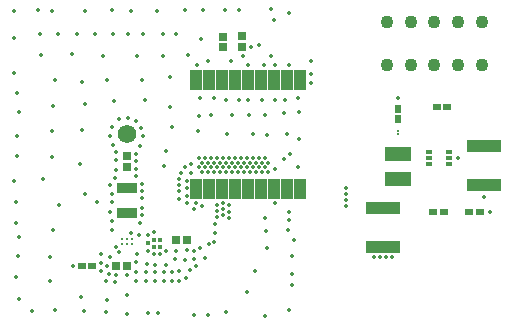
<source format=gbr>
G04*
G04 #@! TF.GenerationSoftware,Altium Limited,Altium Designer,25.8.1 (18)*
G04*
G04 Layer_Color=8388736*
%FSLAX25Y25*%
%MOIN*%
G70*
G04*
G04 #@! TF.SameCoordinates,7B14AC28-D965-4A85-B311-1C3B9A759C65*
G04*
G04*
G04 #@! TF.FilePolarity,Negative*
G04*
G01*
G75*
%ADD13R,0.00984X0.00984*%
%ADD23R,0.00787X0.00512*%
%ADD26R,0.02465X0.02661*%
%ADD27R,0.02661X0.02465*%
%ADD28R,0.03842X0.06598*%
%ADD29R,0.02169X0.01480*%
%ADD30R,0.11520X0.04236*%
%ADD31R,0.01480X0.01776*%
%ADD32R,0.02661X0.02740*%
%ADD33R,0.02740X0.02661*%
%ADD34R,0.02740X0.02622*%
%ADD35R,0.06756X0.03449*%
%ADD36R,0.09039X0.05142*%
%ADD37C,0.04299*%
%ADD38C,0.06205*%
%ADD39C,0.01400*%
D13*
X162425Y411425D02*
D03*
X164000D02*
D03*
X165575D02*
D03*
Y413000D02*
D03*
X164000D02*
D03*
X162425D02*
D03*
D23*
X254500Y447988D02*
D03*
Y449000D02*
D03*
D26*
Y453000D02*
D03*
Y456543D02*
D03*
D27*
X278000Y422000D02*
D03*
X281543D02*
D03*
X148957Y404000D02*
D03*
X152500D02*
D03*
X269543Y422000D02*
D03*
X266000D02*
D03*
X270772Y457000D02*
D03*
X267228D02*
D03*
D28*
X221823Y429890D02*
D03*
X217492D02*
D03*
X213161D02*
D03*
X208831D02*
D03*
X204500D02*
D03*
X200169D02*
D03*
X195839D02*
D03*
X191508D02*
D03*
X187177D02*
D03*
Y466110D02*
D03*
X191508D02*
D03*
X195839D02*
D03*
X200169D02*
D03*
X204500D02*
D03*
X208831D02*
D03*
X213161D02*
D03*
X217492D02*
D03*
X221823D02*
D03*
D29*
X271299Y438031D02*
D03*
Y440000D02*
D03*
Y441968D02*
D03*
X264701D02*
D03*
Y440000D02*
D03*
Y438031D02*
D03*
D30*
X249500Y423500D02*
D03*
Y410508D02*
D03*
X283000Y443992D02*
D03*
Y431000D02*
D03*
D31*
X171031Y411630D02*
D03*
X173000Y410500D02*
D03*
X174969D02*
D03*
Y412760D02*
D03*
X173000D02*
D03*
D32*
X160378Y404000D02*
D03*
X164000D02*
D03*
X184093Y412746D02*
D03*
X180471D02*
D03*
D33*
X202500Y480622D02*
D03*
Y477000D02*
D03*
X164000Y440622D02*
D03*
Y437000D02*
D03*
D34*
X196000Y477000D02*
D03*
Y480583D02*
D03*
D35*
X164000Y430232D02*
D03*
Y421768D02*
D03*
D36*
X254500Y432957D02*
D03*
Y441500D02*
D03*
D37*
X250752Y471120D02*
D03*
X258626D02*
D03*
X266500D02*
D03*
X274374D02*
D03*
X282248D02*
D03*
X250752Y485500D02*
D03*
X282248D02*
D03*
X274374D02*
D03*
X266500D02*
D03*
X258626D02*
D03*
D38*
X164000Y448000D02*
D03*
D39*
X161500Y408662D02*
D03*
X254500Y460000D02*
D03*
X285000Y422000D02*
D03*
X157500Y404000D02*
D03*
X165500Y415000D02*
D03*
X274500Y440000D02*
D03*
X205500Y477000D02*
D03*
X187000Y425000D02*
D03*
X196000D02*
D03*
X218000Y422000D02*
D03*
Y419600D02*
D03*
X221155Y437267D02*
D03*
X213444Y436556D02*
D03*
X216523Y439634D02*
D03*
X218444Y441556D02*
D03*
X218000Y471000D02*
D03*
X213500D02*
D03*
X237000Y430000D02*
D03*
Y428000D02*
D03*
Y426000D02*
D03*
Y424000D02*
D03*
X225500Y465000D02*
D03*
X209827Y471095D02*
D03*
X208194Y477806D02*
D03*
X225500Y468000D02*
D03*
X212000Y474000D02*
D03*
X213000Y486200D02*
D03*
X191000Y472500D02*
D03*
X188728Y479850D02*
D03*
X217570Y416200D02*
D03*
X202646Y474178D02*
D03*
X252500Y407000D02*
D03*
X250500D02*
D03*
X248500D02*
D03*
X246500D02*
D03*
X283000Y427000D02*
D03*
X210128Y387413D02*
D03*
X218124Y389337D02*
D03*
X219160Y397926D02*
D03*
Y401479D02*
D03*
X219012Y407402D02*
D03*
X219604Y412733D02*
D03*
X210000Y420000D02*
D03*
X210276Y415694D02*
D03*
X210720Y410068D02*
D03*
X206722Y402368D02*
D03*
X204000Y395500D02*
D03*
X196949Y388745D02*
D03*
X148678Y393928D02*
D03*
X157414Y392891D02*
D03*
X191174Y387857D02*
D03*
X186288D02*
D03*
X174500Y388500D02*
D03*
X171185Y388301D02*
D03*
X164000Y388000D02*
D03*
X156970Y388893D02*
D03*
X149714Y389189D02*
D03*
X140000Y389500D02*
D03*
X132500Y389000D02*
D03*
X221413Y446586D02*
D03*
X217500Y448000D02*
D03*
X210813Y447829D02*
D03*
X206037Y448157D02*
D03*
X197400Y447960D02*
D03*
X187846Y449007D02*
D03*
X187912Y454111D02*
D03*
X192000Y454500D02*
D03*
X199166Y454503D02*
D03*
X204728Y454307D02*
D03*
X210000Y454500D02*
D03*
X216500Y455000D02*
D03*
X221500Y455500D02*
D03*
X221000Y460000D02*
D03*
X216833Y459607D02*
D03*
X213500Y459500D02*
D03*
X209000D02*
D03*
X204500D02*
D03*
X201500D02*
D03*
X197000D02*
D03*
X193000Y460000D02*
D03*
X188500D02*
D03*
X138292Y398999D02*
D03*
X138500Y407000D02*
D03*
X139500Y416000D02*
D03*
X141500Y424500D02*
D03*
X148500Y438000D02*
D03*
X139000Y440500D02*
D03*
Y449000D02*
D03*
X149000Y449500D02*
D03*
X176500Y437500D02*
D03*
X177000Y442500D02*
D03*
X179000Y450500D02*
D03*
X178355Y457063D02*
D03*
X170000Y459500D02*
D03*
X159762Y459129D02*
D03*
X150000Y458000D02*
D03*
X139500Y457500D02*
D03*
X139989Y465990D02*
D03*
X149000Y465500D02*
D03*
X157500Y466000D02*
D03*
X169000D02*
D03*
X178500Y467000D02*
D03*
X176000Y474000D02*
D03*
X184500Y474500D02*
D03*
X167500Y474000D02*
D03*
X156073Y474106D02*
D03*
X145744Y474697D02*
D03*
X135500Y474500D02*
D03*
X135000Y481500D02*
D03*
X141000D02*
D03*
X147293Y481484D02*
D03*
X153500Y481500D02*
D03*
X159500D02*
D03*
X164500D02*
D03*
X169280Y481484D02*
D03*
X176067Y481337D02*
D03*
X180500Y481500D02*
D03*
X198649Y472354D02*
D03*
X189497Y489536D02*
D03*
X217901Y488511D02*
D03*
X211944Y489653D02*
D03*
X201500Y489500D02*
D03*
X196818Y489536D02*
D03*
X183500Y489500D02*
D03*
X174124Y489243D02*
D03*
X165500Y489000D02*
D03*
X159000Y489500D02*
D03*
X150000Y489000D02*
D03*
X139000D02*
D03*
X134500Y489500D02*
D03*
X126500Y489000D02*
D03*
Y480000D02*
D03*
X126477Y468510D02*
D03*
X127499Y461810D02*
D03*
X127953Y455337D02*
D03*
X127272Y447502D02*
D03*
X127499Y440915D02*
D03*
X126500Y432500D02*
D03*
X128000Y393000D02*
D03*
X127000Y400500D02*
D03*
X127612Y407415D02*
D03*
X127953Y413661D02*
D03*
X127000Y418500D02*
D03*
Y425500D02*
D03*
X136000Y433000D02*
D03*
X150000Y428000D02*
D03*
X154000Y425500D02*
D03*
X168500Y418500D02*
D03*
X169000Y421000D02*
D03*
Y423500D02*
D03*
X169179Y426780D02*
D03*
X169000Y429000D02*
D03*
Y431500D02*
D03*
X167000Y434000D02*
D03*
Y436500D02*
D03*
Y439000D02*
D03*
Y441500D02*
D03*
X168252Y444058D02*
D03*
X169500Y447500D02*
D03*
X168837Y450061D02*
D03*
X167080Y452453D02*
D03*
X164500Y453500D02*
D03*
X161500Y453000D02*
D03*
X159000Y450500D02*
D03*
X158500Y447500D02*
D03*
X159500Y444500D02*
D03*
X160500Y442000D02*
D03*
Y439500D02*
D03*
Y436000D02*
D03*
X160000Y433500D02*
D03*
X158500Y431000D02*
D03*
X159000Y428000D02*
D03*
Y425500D02*
D03*
X158500Y422000D02*
D03*
X159000Y419000D02*
D03*
Y416000D02*
D03*
X160005Y398717D02*
D03*
X160500Y401000D02*
D03*
X157000Y399000D02*
D03*
X158500Y407000D02*
D03*
X155500Y405000D02*
D03*
Y408000D02*
D03*
X158000Y401500D02*
D03*
X155500Y402500D02*
D03*
X167519Y408282D02*
D03*
X167129Y405549D02*
D03*
X170741Y404719D02*
D03*
X173500Y404500D02*
D03*
X177000D02*
D03*
X181500Y402500D02*
D03*
X179000Y402000D02*
D03*
X176500D02*
D03*
X173500D02*
D03*
X170500D02*
D03*
X167000D02*
D03*
Y399000D02*
D03*
X170500D02*
D03*
X173500D02*
D03*
X176500D02*
D03*
X179000D02*
D03*
X181500D02*
D03*
X183772Y400229D02*
D03*
X185188Y402621D02*
D03*
X187000Y404000D02*
D03*
X190166Y406672D02*
D03*
X186500Y406500D02*
D03*
X183500Y406000D02*
D03*
X180000Y406500D02*
D03*
X180500Y409000D02*
D03*
X184000Y409500D02*
D03*
X186500Y409000D02*
D03*
X188500Y410000D02*
D03*
X191240Y411357D02*
D03*
X193000Y412000D02*
D03*
X193500Y415000D02*
D03*
Y418000D02*
D03*
X198000Y420000D02*
D03*
X194000Y420500D02*
D03*
X196000Y421000D02*
D03*
X198000Y422000D02*
D03*
X194000Y422500D02*
D03*
X196000Y423000D02*
D03*
X198000Y424500D02*
D03*
X194000D02*
D03*
X186500Y423000D02*
D03*
X189000Y424000D02*
D03*
X184000Y425000D02*
D03*
X181500Y426500D02*
D03*
Y429000D02*
D03*
Y431000D02*
D03*
Y433000D02*
D03*
X182000Y435000D02*
D03*
X183500Y437000D02*
D03*
X188000Y440000D02*
D03*
X190000D02*
D03*
X192000D02*
D03*
X194000D02*
D03*
X196000D02*
D03*
X198000D02*
D03*
X200000D02*
D03*
X202000D02*
D03*
X204000D02*
D03*
X206000D02*
D03*
X208000D02*
D03*
X210000D02*
D03*
X211000Y438500D02*
D03*
X209000D02*
D03*
X207000D02*
D03*
X205000D02*
D03*
X203000D02*
D03*
X201000D02*
D03*
X199000D02*
D03*
X197000D02*
D03*
X195000D02*
D03*
X193000D02*
D03*
X191000D02*
D03*
X189000D02*
D03*
X185500Y438000D02*
D03*
X188000Y437000D02*
D03*
X190000D02*
D03*
X192000D02*
D03*
X194000D02*
D03*
X196000D02*
D03*
X198000D02*
D03*
X200000D02*
D03*
X202000D02*
D03*
X204000D02*
D03*
X206000D02*
D03*
X208000D02*
D03*
X210000D02*
D03*
X211000Y435500D02*
D03*
X209000D02*
D03*
X207000D02*
D03*
X205000D02*
D03*
X203000D02*
D03*
X201000D02*
D03*
X199000D02*
D03*
X197000D02*
D03*
X195000D02*
D03*
X193000D02*
D03*
X191000D02*
D03*
X189000D02*
D03*
X185500Y435000D02*
D03*
X184000Y432500D02*
D03*
Y430000D02*
D03*
Y427500D02*
D03*
X160500Y410500D02*
D03*
X146000Y404000D02*
D03*
X168000Y414500D02*
D03*
X177000Y409000D02*
D03*
X175000Y408000D02*
D03*
X171000Y414500D02*
D03*
X173000Y415500D02*
D03*
X171000Y409000D02*
D03*
X173000Y408000D02*
D03*
X225500Y472500D02*
D03*
X204500Y471000D02*
D03*
X187500D02*
D03*
X213500Y425000D02*
D03*
X164000Y401000D02*
D03*
Y394300D02*
D03*
M02*

</source>
